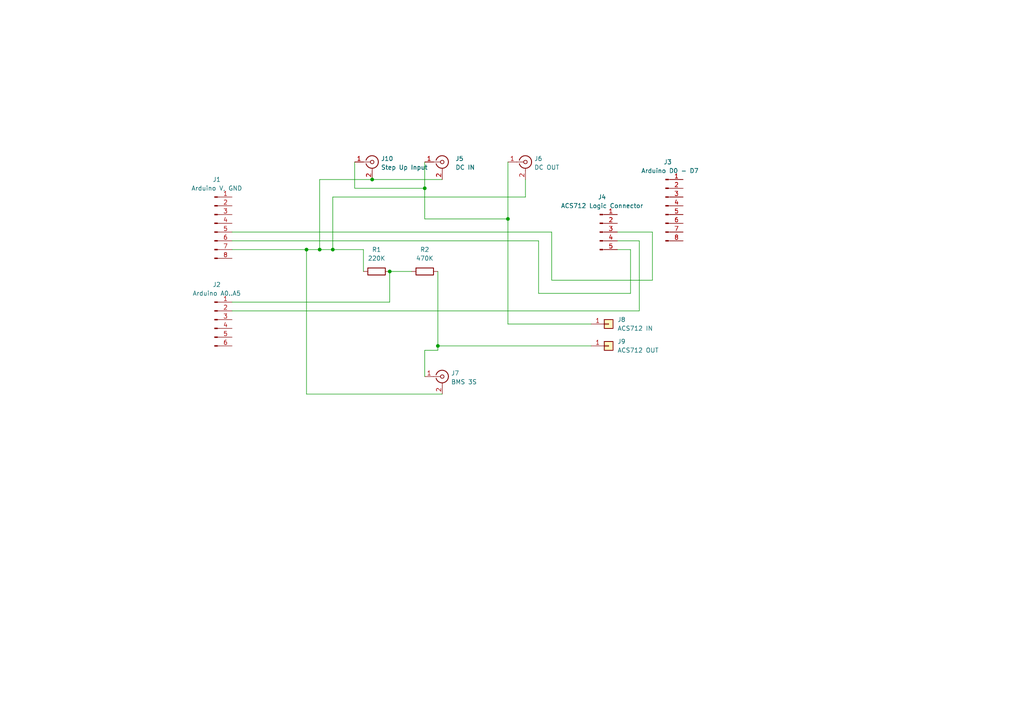
<source format=kicad_sch>
(kicad_sch (version 20211123) (generator eeschema)
  (paper "A4")
  (lib_symbols
    (symbol "Connector:Conn_01x05_Male" (pin_names (offset 1.016) hide)
      (property "Reference" "J" (at 0 7.62 0))
      (property "Value" "Conn_01x05_Male" (at 0 -7.62 0))
      (symbol "Conn_01x05_Male_1_1"
        (polyline (pts (xy 1.27 -5.08) (xy 0.8636 -5.08)) (stroke (width 0.1524)))
        (polyline (pts (xy 1.27 -2.54) (xy 0.8636 -2.54)) (stroke (width 0.1524)))
        (polyline (pts (xy 1.27 0) (xy 0.8636 0)) (stroke (width 0.1524)))
        (polyline (pts (xy 1.27 2.54) (xy 0.8636 2.54)) (stroke (width 0.1524)))
        (polyline (pts (xy 1.27 5.08) (xy 0.8636 5.08)) (stroke (width 0.1524)))
        (rectangle (start 0.8636 -4.953) (end 0 -5.207) (stroke (width 0.1524)) (fill (type outline)))
        (rectangle (start 0.8636 -2.413) (end 0 -2.667) (stroke (width 0.1524)) (fill (type outline)))
        (rectangle (start 0.8636 0.127) (end 0 -0.127) (stroke (width 0.1524)) (fill (type outline)))
        (rectangle (start 0.8636 2.667) (end 0 2.413) (stroke (width 0.1524)) (fill (type outline)))
        (rectangle (start 0.8636 5.207) (end 0 4.953) (stroke (width 0.1524)) (fill (type outline)))
        (pin passive line (at 5.08 5.08 180) (length 3.81) (name "Pin_1") (number "1"))
        (pin passive line (at 5.08 2.54 180) (length 3.81) (name "Pin_2") (number "2"))
        (pin passive line (at 5.08 0 180) (length 3.81) (name "Pin_3") (number "3"))
        (pin passive line (at 5.08 -2.54 180) (length 3.81) (name "Pin_4") (number "4"))
        (pin passive line (at 5.08 -5.08 180) (length 3.81) (name "Pin_5") (number "5"))
      )
    )
    (symbol "Connector:Conn_01x06_Male" (pin_names (offset 1.016) hide)
      (property "Reference" "J" (at 0 7.62 0))
      (property "Value" "Conn_01x06_Male" (at 0 -10.16 0))
      (symbol "Conn_01x06_Male_1_1"
        (polyline (pts (xy 1.27 -7.62) (xy 0.8636 -7.62)) (stroke (width 0.1524)))
        (polyline (pts (xy 1.27 -5.08) (xy 0.8636 -5.08)) (stroke (width 0.1524)))
        (polyline (pts (xy 1.27 -2.54) (xy 0.8636 -2.54)) (stroke (width 0.1524)))
        (polyline (pts (xy 1.27 0) (xy 0.8636 0)) (stroke (width 0.1524)))
        (polyline (pts (xy 1.27 2.54) (xy 0.8636 2.54)) (stroke (width 0.1524)))
        (polyline (pts (xy 1.27 5.08) (xy 0.8636 5.08)) (stroke (width 0.1524)))
        (rectangle (start 0.8636 -7.493) (end 0 -7.747) (stroke (width 0.1524)) (fill (type outline)))
        (rectangle (start 0.8636 -4.953) (end 0 -5.207) (stroke (width 0.1524)) (fill (type outline)))
        (rectangle (start 0.8636 -2.413) (end 0 -2.667) (stroke (width 0.1524)) (fill (type outline)))
        (rectangle (start 0.8636 0.127) (end 0 -0.127) (stroke (width 0.1524)) (fill (type outline)))
        (rectangle (start 0.8636 2.667) (end 0 2.413) (stroke (width 0.1524)) (fill (type outline)))
        (rectangle (start 0.8636 5.207) (end 0 4.953) (stroke (width 0.1524)) (fill (type outline)))
        (pin passive line (at 5.08 5.08 180) (length 3.81) (name "Pin_1") (number "1"))
        (pin passive line (at 5.08 2.54 180) (length 3.81) (name "Pin_2") (number "2"))
        (pin passive line (at 5.08 0 180) (length 3.81) (name "Pin_3") (number "3"))
        (pin passive line (at 5.08 -2.54 180) (length 3.81) (name "Pin_4") (number "4"))
        (pin passive line (at 5.08 -5.08 180) (length 3.81) (name "Pin_5") (number "5"))
        (pin passive line (at 5.08 -7.62 180) (length 3.81) (name "Pin_6") (number "6"))
      )
    )
    (symbol "Connector:Conn_01x08_Male" (pin_names (offset 1.016) hide)
      (property "Reference" "J" (at 0 10.16 0))
      (property "Value" "Conn_01x08_Male" (at 0 -12.7 0))
      (symbol "Conn_01x08_Male_1_1"
        (polyline (pts (xy 1.27 -10.16) (xy 0.8636 -10.16)) (stroke (width 0.1524)))
        (polyline (pts (xy 1.27 -7.62) (xy 0.8636 -7.62)) (stroke (width 0.1524)))
        (polyline (pts (xy 1.27 -5.08) (xy 0.8636 -5.08)) (stroke (width 0.1524)))
        (polyline (pts (xy 1.27 -2.54) (xy 0.8636 -2.54)) (stroke (width 0.1524)))
        (polyline (pts (xy 1.27 0) (xy 0.8636 0)) (stroke (width 0.1524)))
        (polyline (pts (xy 1.27 2.54) (xy 0.8636 2.54)) (stroke (width 0.1524)))
        (polyline (pts (xy 1.27 5.08) (xy 0.8636 5.08)) (stroke (width 0.1524)))
        (polyline (pts (xy 1.27 7.62) (xy 0.8636 7.62)) (stroke (width 0.1524)))
        (rectangle (start 0.8636 -10.033) (end 0 -10.287) (stroke (width 0.1524)) (fill (type outline)))
        (rectangle (start 0.8636 -7.493) (end 0 -7.747) (stroke (width 0.1524)) (fill (type outline)))
        (rectangle (start 0.8636 -4.953) (end 0 -5.207) (stroke (width 0.1524)) (fill (type outline)))
        (rectangle (start 0.8636 -2.413) (end 0 -2.667) (stroke (width 0.1524)) (fill (type outline)))
        (rectangle (start 0.8636 0.127) (end 0 -0.127) (stroke (width 0.1524)) (fill (type outline)))
        (rectangle (start 0.8636 2.667) (end 0 2.413) (stroke (width 0.1524)) (fill (type outline)))
        (rectangle (start 0.8636 5.207) (end 0 4.953) (stroke (width 0.1524)) (fill (type outline)))
        (rectangle (start 0.8636 7.747) (end 0 7.493) (stroke (width 0.1524)) (fill (type outline)))
        (pin passive line (at 5.08 7.62 180) (length 3.81) (name "Pin_1") (number "1"))
        (pin passive line (at 5.08 5.08 180) (length 3.81) (name "Pin_2") (number "2"))
        (pin passive line (at 5.08 2.54 180) (length 3.81) (name "Pin_3") (number "3"))
        (pin passive line (at 5.08 0 180) (length 3.81) (name "Pin_4") (number "4"))
        (pin passive line (at 5.08 -2.54 180) (length 3.81) (name "Pin_5") (number "5"))
        (pin passive line (at 5.08 -5.08 180) (length 3.81) (name "Pin_6") (number "6"))
        (pin passive line (at 5.08 -7.62 180) (length 3.81) (name "Pin_7") (number "7"))
        (pin passive line (at 5.08 -10.16 180) (length 3.81) (name "Pin_8") (number "8"))
      )
    )
    (symbol "Connector:Conn_Coaxial" (pin_names (offset 1.016) hide)
      (property "Reference" "J" (at 0.254 3.048 0))
      (property "Value" "Conn_Coaxial" (at 2.921 0 90))
      (symbol "Conn_Coaxial_0_1"
        (arc (start -1.778 -0.508) (mid 0.2311 -1.8066) (end 1.778 0) (stroke (width 0.254)))
        (polyline (pts (xy -2.54 0) (xy -0.508 0)))
        (polyline (pts (xy 0 -2.54) (xy 0 -1.778)))
        (circle (center 0 0) (radius 0.508) (stroke (width 0.2032)))
        (arc (start 1.778 0) (mid 0.2099 1.8101) (end -1.778 0.508) (stroke (width 0.254)))
      )
      (symbol "Conn_Coaxial_1_1"
        (pin passive line (at -5.08 0 0) (length 2.54) (name "In") (number "1"))
        (pin passive line (at 0 -5.08 90) (length 2.54) (name "Ext") (number "2"))
      )
    )
    (symbol "Connector_Generic:Conn_01x01" (pin_names (offset 1.016) hide)
      (property "Reference" "J" (at 0 2.54 0))
      (property "Value" "Conn_01x01" (at 0 -2.54 0))
      (symbol "Conn_01x01_1_1"
        (rectangle (start -1.27 0.127) (end 0 -0.127) (stroke (width 0.1524)))
        (rectangle (start -1.27 1.27) (end 1.27 -1.27) (stroke (width 0.254)) (fill (type background)))
        (pin passive line (at -5.08 0 0) (length 3.81) (name "Pin_1") (number "1"))
      )
    )
    (symbol "Device:R" (pin_numbers hide) (pin_names (offset 0))
      (property "Reference" "R" (at 2.032 0 90))
      (property "Value" "R" (at 0 0 90))
      (symbol "R_0_1"
        (rectangle (start -1.016 -2.54) (end 1.016 2.54) (stroke (width 0.254)))
      )
      (symbol "R_1_1"
        (pin passive line (at 0 3.81 270) (length 1.27) (name "~") (number "1"))
        (pin passive line (at 0 -3.81 90) (length 1.27) (name "~") (number "2"))
      )
    )
  )
  (junction (at 107.95 52.07))
  (junction (at 113.03 78.74))
  (junction (at 96.52 72.39))
  (junction (at 127 100.33))
  (junction (at 88.9 72.39))
  (junction (at 92.71 72.39))
  (junction (at 123.19 54.61))
  (junction (at 147.32 63.5))
  (wire (pts (xy 189.23 81.28) (xy 189.23 67.31)))
  (wire (pts (xy 182.88 85.09) (xy 182.88 72.39)))
  (wire (pts (xy 92.71 72.39) (xy 96.52 72.39)))
  (wire (pts (xy 123.19 54.61) (xy 123.19 63.5)))
  (wire (pts (xy 156.21 85.09) (xy 182.88 85.09)))
  (wire (pts (xy 113.03 78.74) (xy 113.03 87.63)))
  (wire (pts (xy 185.42 69.85) (xy 179.07 69.85)))
  (wire (pts (xy 102.87 54.61) (xy 123.19 54.61)))
  (wire (pts (xy 123.19 101.6) (xy 123.19 109.22)))
  (wire (pts (xy 179.07 72.39) (xy 182.88 72.39)))
  (wire (pts (xy 67.31 72.39) (xy 88.9 72.39)))
  (wire (pts (xy 67.31 90.17) (xy 185.42 90.17)))
  (wire (pts (xy 152.4 57.15) (xy 96.52 57.15)))
  (wire (pts (xy 185.42 90.17) (xy 185.42 69.85)))
  (wire (pts (xy 127 100.33) (xy 171.45 100.33)))
  (wire (pts (xy 88.9 114.3) (xy 88.9 72.39)))
  (wire (pts (xy 123.19 46.99) (xy 123.19 54.61)))
  (wire (pts (xy 96.52 57.15) (xy 96.52 72.39)))
  (wire (pts (xy 128.27 114.3) (xy 88.9 114.3)))
  (wire (pts (xy 92.71 52.07) (xy 92.71 72.39)))
  (wire (pts (xy 67.31 67.31) (xy 160.02 67.31)))
  (wire (pts (xy 147.32 63.5) (xy 147.32 46.99)))
  (wire (pts (xy 107.95 52.07) (xy 92.71 52.07)))
  (wire (pts (xy 171.45 93.98) (xy 147.32 93.98)))
  (wire (pts (xy 128.27 52.07) (xy 107.95 52.07)))
  (wire (pts (xy 67.31 69.85) (xy 156.21 69.85)))
  (wire (pts (xy 127 100.33) (xy 127 101.6)))
  (wire (pts (xy 96.52 72.39) (xy 105.41 72.39)))
  (wire (pts (xy 105.41 72.39) (xy 105.41 78.74)))
  (wire (pts (xy 127 101.6) (xy 123.19 101.6)))
  (wire (pts (xy 102.87 46.99) (xy 102.87 54.61)))
  (wire (pts (xy 113.03 78.74) (xy 119.38 78.74)))
  (wire (pts (xy 127 78.74) (xy 127 100.33)))
  (wire (pts (xy 160.02 67.31) (xy 160.02 81.28)))
  (wire (pts (xy 88.9 72.39) (xy 92.71 72.39)))
  (wire (pts (xy 189.23 67.31) (xy 179.07 67.31)))
  (wire (pts (xy 160.02 81.28) (xy 189.23 81.28)))
  (wire (pts (xy 147.32 93.98) (xy 147.32 63.5)))
  (wire (pts (xy 123.19 63.5) (xy 147.32 63.5)))
  (wire (pts (xy 67.31 87.63) (xy 113.03 87.63)))
  (wire (pts (xy 156.21 69.85) (xy 156.21 85.09)))
  (wire (pts (xy 152.4 52.07) (xy 152.4 57.15)))
  (symbol (lib_id "Device:R") (at 123.19 78.74 90) (unit 1)
    (property "Reference" "R2" (at 123.19 72.39 90))
    (property "Value" "470K" (at 123.19 74.93 90))
    (property "Footprint" "Resistor_THT:R_Axial_DIN0207_L6.3mm_D2.5mm_P10.16mm_Horizontal" (effects hide))
  )
  (symbol (lib_id "Connector_Generic:Conn_01x01") (at 176.53 100.33 0) (unit 1)
    (property "Reference" "J9" (at 179.07 99.0599 0) (effects (justify left)))
    (property "Value" "ACS712 OUT" (at 179.07 101.5999 0) (effects (justify left)))
    (property "Footprint" "Connector_Wire:SolderWire-0.1sqmm_1x01_D0.4mm_OD1mm" (effects hide))
  )
  (symbol (lib_id "Connector:Conn_01x06_Male") (at 62.23 92.71 0) (unit 1)
    (property "Reference" "J2" (at 62.865 82.55 0))
    (property "Value" "Arduino A0..A5" (at 62.865 85.09 0))
    (property "Footprint" "Connector_PinHeader_2.54mm:PinHeader_1x06_P2.54mm_Vertical" (effects hide))
  )
  (symbol (lib_id "Connector:Conn_Coaxial") (at 128.27 109.22 0) (unit 1)
    (property "Reference" "J7" (at 130.81 108.2431 0) (effects (justify left)))
    (property "Value" "BMS 3S" (at 130.81 110.7831 0) (effects (justify left)))
    (property "Footprint" "Connector_Wire:SolderWire-0.1sqmm_1x02_P3.6mm_D0.4mm_OD1mm" (effects hide))
    (property "Datasheet" " ~" (effects hide))
  )
  (symbol (lib_id "Device:R") (at 109.22 78.74 90) (unit 1)
    (property "Reference" "R1" (at 109.22 72.39 90))
    (property "Value" "220K" (at 109.22 74.93 90))
    (property "Footprint" "Resistor_THT:R_Axial_DIN0207_L6.3mm_D2.5mm_P10.16mm_Horizontal" (effects hide))
  )
  (symbol (lib_id "Connector:Conn_01x08_Male") (at 193.04 59.69 0) (unit 1)
    (property "Reference" "J3" (at 193.675 46.99 0))
    (property "Value" "Arduino D0 - D7" (at 194.31 49.53 0))
    (property "Footprint" "Connector_PinHeader_2.54mm:PinHeader_1x08_P2.54mm_Vertical" (effects hide))
  )
  (symbol (lib_id "Connector:Conn_Coaxial") (at 128.27 46.99 0) (unit 1)
    (property "Reference" "J5" (at 132.08 46.0131 0) (effects (justify left)))
    (property "Value" "DC IN" (at 132.08 48.5531 0) (effects (justify left)))
    (property "Footprint" "Connector_Wire:SolderWire-0.1sqmm_1x02_P3.6mm_D0.4mm_OD1mm" (effects hide))
    (property "Datasheet" " ~" (effects hide))
  )
  (symbol (lib_id "Connector:Conn_Coaxial") (at 152.4 46.99 0) (unit 1)
    (property "Reference" "J6" (at 154.94 46.0131 0) (effects (justify left)))
    (property "Value" "DC OUT" (at 154.94 48.5531 0) (effects (justify left)))
    (property "Footprint" "Connector_Wire:SolderWire-0.1sqmm_1x02_P3.6mm_D0.4mm_OD1mm" (effects hide))
    (property "Datasheet" " ~" (effects hide))
  )
  (symbol (lib_id "Connector_Generic:Conn_01x01") (at 176.53 93.98 0) (unit 1)
    (property "Reference" "J8" (at 179.07 92.7099 0) (effects (justify left)))
    (property "Value" "ACS712 IN" (at 179.07 95.2499 0) (effects (justify left)))
    (property "Footprint" "Connector_Wire:SolderWire-0.1sqmm_1x01_D0.4mm_OD1mm" (effects hide))
  )
  (symbol (lib_id "Connector:Conn_Coaxial") (at 107.95 46.99 0) (unit 1)
    (property "Reference" "J10" (at 110.49 46.0131 0) (effects (justify left)))
    (property "Value" "Step Up Input" (at 110.49 48.5531 0) (effects (justify left)))
    (property "Footprint" "Connector_Wire:SolderWire-0.1sqmm_1x02_P3.6mm_D0.4mm_OD1mm" (effects hide))
    (property "Datasheet" " ~" (effects hide))
  )
  (symbol (lib_id "Connector:Conn_01x08_Male") (at 62.23 64.77 0) (unit 1)
    (property "Reference" "J1" (at 62.865 52.07 0))
    (property "Value" "Arduino V, GND" (at 62.865 54.61 0))
    (property "Footprint" "Connector_PinHeader_2.54mm:PinHeader_1x08_P2.54mm_Vertical" (effects hide))
  )
  (symbol (lib_id "Connector:Conn_01x05_Male") (at 173.99 67.31 0) (unit 1)
    (property "Reference" "J4" (at 174.625 57.15 0))
    (property "Value" "ACS712 Logic Connector" (at 174.625 59.69 0))
    (property "Footprint" "Connector_PinHeader_2.54mm:PinHeader_1x05_P2.54mm_Vertical" (effects hide))
  )
)
</source>
